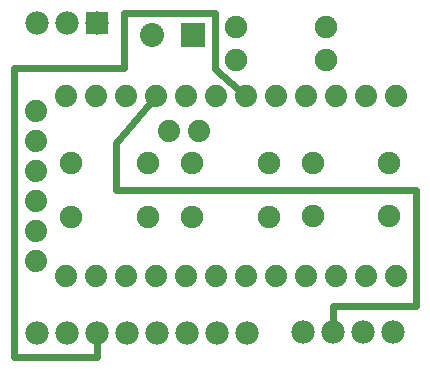
<source format=gbl>
G04 MADE WITH FRITZING*
G04 WWW.FRITZING.ORG*
G04 DOUBLE SIDED*
G04 HOLES PLATED*
G04 CONTOUR ON CENTER OF CONTOUR VECTOR*
%ASAXBY*%
%FSLAX23Y23*%
%MOIN*%
%OFA0B0*%
%SFA1.0B1.0*%
%ADD10C,0.075000*%
%ADD11C,0.078000*%
%ADD12C,0.080000*%
%ADD13C,0.074000*%
%ADD14R,0.078000X0.078000*%
%ADD15R,0.080000X0.080000*%
%ADD16C,0.024000*%
%LNCOPPER0*%
G90*
G70*
G54D10*
X781Y1048D03*
X1081Y1048D03*
X783Y1157D03*
X1083Y1157D03*
G54D11*
X317Y1169D03*
X217Y1169D03*
X117Y1169D03*
G54D10*
X233Y524D03*
X489Y524D03*
X233Y702D03*
X489Y702D03*
X233Y524D03*
X489Y524D03*
X233Y702D03*
X489Y702D03*
X635Y525D03*
X891Y525D03*
X635Y702D03*
X891Y702D03*
X635Y525D03*
X891Y525D03*
X635Y702D03*
X891Y702D03*
X1037Y526D03*
X1293Y526D03*
X1037Y703D03*
X1293Y703D03*
X1037Y526D03*
X1293Y526D03*
X1037Y703D03*
X1293Y703D03*
G54D12*
X638Y1130D03*
X501Y1130D03*
G54D11*
X1004Y140D03*
X1104Y140D03*
X1204Y140D03*
X1304Y140D03*
X818Y136D03*
X718Y136D03*
X618Y136D03*
X518Y136D03*
X418Y136D03*
X318Y136D03*
X218Y136D03*
X118Y136D03*
G54D13*
X114Y876D03*
X114Y776D03*
X114Y676D03*
X114Y576D03*
X114Y476D03*
X114Y376D03*
X214Y926D03*
X314Y926D03*
X414Y926D03*
X514Y926D03*
X614Y926D03*
X559Y811D03*
X659Y811D03*
X714Y926D03*
X814Y926D03*
X914Y926D03*
X1014Y926D03*
X1114Y926D03*
X1214Y926D03*
X1314Y926D03*
X1314Y326D03*
X1214Y326D03*
X1114Y326D03*
X1014Y326D03*
X914Y326D03*
X814Y326D03*
X714Y326D03*
X614Y326D03*
X514Y326D03*
X414Y326D03*
X314Y326D03*
X214Y326D03*
G54D14*
X317Y1169D03*
G54D15*
X638Y1130D03*
G54D16*
X41Y58D02*
X318Y58D01*
D02*
X318Y58D02*
X318Y106D01*
D02*
X41Y1019D02*
X41Y58D01*
D02*
X409Y1019D02*
X41Y1019D01*
D02*
X409Y1205D02*
X409Y1019D01*
D02*
X713Y1205D02*
X409Y1205D01*
D02*
X713Y1017D02*
X713Y1205D01*
D02*
X791Y947D02*
X713Y1017D01*
D02*
X1382Y227D02*
X1382Y615D01*
D02*
X1382Y615D02*
X382Y615D01*
D02*
X1104Y227D02*
X1382Y227D01*
D02*
X382Y615D02*
X382Y771D01*
D02*
X1104Y170D02*
X1104Y227D01*
D02*
X382Y771D02*
X494Y903D01*
G04 End of Copper0*
M02*
</source>
